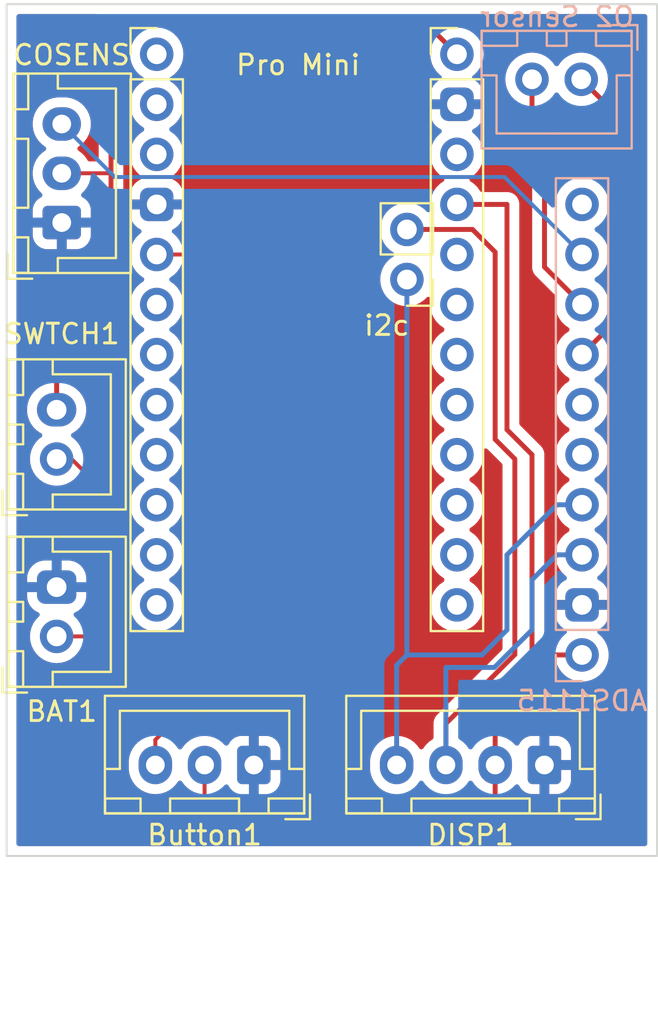
<source format=kicad_pcb>
(kicad_pcb (version 20240108) (generator "pcbnew") (generator_version "8.0")
  (layers (0 "F.Cu" signal) (31 "B.Cu" signal) (34 "B.Paste" user) (35 "F.Paste" user) (36 "B.SilkS" user "B.Silkscreen") (37 "F.SilkS" user "F.Silkscreen") (38 "B.Mask" user) (39 "F.Mask" user) (44 "Edge.Cuts" user))
  (net 0 "")
  (net 1 "VCC")
  (net 2 "GND")
  (net 3 "SCL")
  (net 4 "SDA")
  (net 7 "Net-(ADS1115-Pin_7)")
  (net 8 "Net-(ADS1115-Pin_8)")
  (net 9 "unconnected-(ADS1115-Pin_9-Pad9)")
  (net 11 "Net-(BAT1-Pin_1)")
  (net 12 "Net-(Button1-Pin_1)")
  (net 23 "Net-(ProMini2-Pin_1)")
  (footprint "Connector_JST:JST_XH_B4B-XH-A_1x04_P2.50mm_Vertical" (layer "F.Cu") (at 167 97.025 180)
    (property "Reference" "DISP1" (at 3.75 -3.55 0) (layer "F.SilkS"))
    (property "Value" "~")
    (fp_line (start 10.06 3.51) (end 10.06 -2.46) (stroke (width 0.12)) (layer "F.SilkS"))
    (fp_line (start 10.06 -2.46) (end -2.56 -2.46) (stroke (width 0.12)) (layer "F.SilkS"))
    (fp_line (start 10.05 -0.2) (end 9.3 -0.2) (stroke (width 0.12)) (layer "F.SilkS"))
    (fp_line (start 10.05 -1.7) (end 10.05 -2.45) (stroke (width 0.12)) (layer "F.SilkS"))
    (fp_line (start 10.05 -2.45) (end 8.25 -2.45) (stroke (width 0.12)) (layer "F.SilkS"))
    (fp_line (start 9.3 2.75) (end 3.75 2.75) (stroke (width 0.12)) (layer "F.SilkS"))
    (fp_line (start 9.3 -0.2) (end 9.3 2.75) (stroke (width 0.12)) (layer "F.SilkS"))
    (fp_line (start 8.25 -1.7) (end 10.05 -1.7) (stroke (width 0.12)) (layer "F.SilkS"))
    (fp_line (start 8.25 -2.45) (end 8.25 -1.7) (stroke (width 0.12)) (layer "F.SilkS"))
    (fp_line (start 6.75 -1.7) (end 6.75 -2.45) (stroke (width 0.12)) (layer "F.SilkS"))
    (fp_line (start 6.75 -2.45) (end 0.75 -2.45) (stroke (width 0.12)) (layer "F.SilkS"))
    (fp_line (start 0.75 -1.7) (end 6.75 -1.7) (stroke (width 0.12)) (layer "F.SilkS"))
    (fp_line (start 0.75 -2.45) (end 0.75 -1.7) (stroke (width 0.12)) (layer "F.SilkS"))
    (fp_line (start -0.75 -1.7) (end -0.75 -2.45) (stroke (width 0.12)) (layer "F.SilkS"))
    (fp_line (start -0.75 -2.45) (end -2.55 -2.45) (stroke (width 0.12)) (layer "F.SilkS"))
    (fp_line (start -1.6 -2.75) (end -2.85 -2.75) (stroke (width 0.12)) (layer "F.SilkS"))
    (fp_line (start -1.8 2.75) (end 3.75 2.75) (stroke (width 0.12)) (layer "F.SilkS"))
    (fp_line (start -1.8 -0.2) (end -1.8 2.75) (stroke (width 0.12)) (layer "F.SilkS"))
    (fp_line (start -2.55 -0.2) (end -1.8 -0.2) (stroke (width 0.12)) (layer "F.SilkS"))
    (fp_line (start -2.55 -1.7) (end -0.75 -1.7) (stroke (width 0.12)) (layer "F.SilkS"))
    (fp_line (start -2.55 -2.45) (end -2.55 -1.7) (stroke (width 0.12)) (layer "F.SilkS"))
    (fp_line (start -2.56 3.51) (end 10.06 3.51) (stroke (width 0.12)) (layer "F.SilkS"))
    (fp_line (start -2.56 -2.46) (end -2.56 3.51) (stroke (width 0.12)) (layer "F.SilkS"))
    (fp_line (start -2.85 -2.75) (end -2.85 -1.5) (stroke (width 0.12)) (layer "F.SilkS"))
    (pad "1" thru_hole roundrect (at 0 0 180) (size 1.7 1.95) (drill 0.95) (layers "*.Cu" "*.Mask") (roundrect_rratio 0.1470588235) (net 2 "GND"))
    (pad "2" thru_hole oval (at 2.5 0 180) (size 1.7 1.95) (drill 0.95) (layers "*.Cu" "*.Mask") (net 1 "VCC"))
    (pad "3" thru_hole oval (at 5 0 180) (size 1.7 1.95) (drill 0.95) (layers "*.Cu" "*.Mask") (net 3 "SCL"))
    (pad "4" thru_hole oval (at 7.5 0 180) (size 1.7 1.95) (drill 0.95) (layers "*.Cu" "*.Mask") (net 4 "SDA"))
  )
  (footprint "Connector_PinHeader_2.54mm:PinHeader_1x02_P2.54mm_Vertical" (layer "F.Cu") (at 160.02 72.39 180)
    (property "Reference" "i2c" (at 1.02 -2.33 0) (layer "F.SilkS"))
    (property "Value" "~")
    (fp_line (start 1.33 1.27) (end 1.33 3.87) (stroke (width 0.12)) (layer "F.SilkS"))
    (fp_line (start -1.33 3.87) (end 1.33 3.87) (stroke (width 0.12)) (layer "F.SilkS"))
    (fp_line (start -1.33 1.27) (end 1.33 1.27) (stroke (width 0.12)) (layer "F.SilkS"))
    (fp_line (start -1.33 1.27) (end -1.33 3.87) (stroke (width 0.12)) (layer "F.SilkS"))
    (fp_line (start -1.33 0) (end -1.33 -1.33) (stroke (width 0.12)) (layer "F.SilkS"))
    (fp_line (start -1.33 -1.33) (end 0 -1.33) (stroke (width 0.12)) (layer "F.SilkS"))
    (pad "1" thru_hole circle (at 0 0 180) (size 1.7 1.7) (drill 1) (layers "*.Cu" "*.Mask") (net 4 "SDA"))
    (pad "2" thru_hole oval (at 0 2.54 180) (size 1.7 1.7) (drill 1) (layers "*.Cu" "*.Mask") (net 3 "SCL"))
  )
  (footprint "Connector_PinHeader_2.54mm:PinHeader_1x12_P2.54mm_Vertical" (layer "F.Cu") (at 147.32 60.96)
    (property "Reference" "Pro Mini" (at 7.18 0.54 0) (layer "F.SilkS"))
    (property "Value" "~")
    (fp_line (start -1.33 -1.33) (end 0 -1.33) (stroke (width 0.12)) (layer "F.SilkS"))
    (fp_line (start -1.33 0) (end -1.33 -1.33) (stroke (width 0.12)) (layer "F.SilkS"))
    (fp_line (start -1.33 1.27) (end -1.33 29.27) (stroke (width 0.12)) (layer "F.SilkS"))
    (fp_line (start -1.33 1.27) (end 1.33 1.27) (stroke (width 0.12)) (layer "F.SilkS"))
    (fp_line (start -1.33 29.27) (end 1.33 29.27) (stroke (width 0.12)) (layer "F.SilkS"))
    (fp_line (start 1.33 1.27) (end 1.33 29.27) (stroke (width 0.12)) (layer "F.SilkS"))
    (pad "1" thru_hole circle (at 0 0) (size 1.7 1.7) (drill 1) (layers "*.Cu" "*.Mask"))
    (pad "2" thru_hole oval (at 0 2.54) (size 1.7 1.7) (drill 1) (layers "*.Cu" "*.Mask"))
    (pad "3" thru_hole oval (at 0 5.08) (size 1.7 1.7) (drill 1) (layers "*.Cu" "*.Mask"))
    (pad "4" thru_hole roundrect (at 0 7.62) (size 1.7 1.7) (drill 1) (layers "*.Cu" "*.Mask") (net 2 "GND"))
    (pad "5" thru_hole oval (at 0 10.16) (size 1.7 1.7) (drill 1) (layers "*.Cu" "*.Mask") (net 12 "Net-(Button1-Pin_1)"))
    (pad "6" thru_hole oval (at 0 12.7) (size 1.7 1.7) (drill 1) (layers "*.Cu" "*.Mask"))
    (pad "7" thru_hole oval (at 0 15.24) (size 1.7 1.7) (drill 1) (layers "*.Cu" "*.Mask"))
    (pad "8" thru_hole oval (at 0 17.78) (size 1.7 1.7) (drill 1) (layers "*.Cu" "*.Mask"))
    (pad "9" thru_hole oval (at 0 20.32) (size 1.7 1.7) (drill 1) (layers "*.Cu" "*.Mask"))
    (pad "10" thru_hole oval (at 0 22.86) (size 1.7 1.7) (drill 1) (layers "*.Cu" "*.Mask"))
    (pad "11" thru_hole oval (at 0 25.4) (size 1.7 1.7) (drill 1) (layers "*.Cu" "*.Mask"))
    (pad "12" thru_hole oval (at 0 27.94) (size 1.7 1.7) (drill 1) (layers "*.Cu" "*.Mask"))
  )
  (footprint "Connector_JST:JST_XH_B2B-XH-A_1x02_P2.50mm_Vertical" (layer "F.Cu") (at 142.24 81.5 90)
    (property "Reference" "SWTCH1" (at 6.35 0.26 0) (layer "F.SilkS"))
    (property "Value" "~")
    (fp_line (start -1.6 -2.75) (end -2.85 -2.75) (stroke (width 0.12)) (layer "F.SilkS"))
    (fp_line (start -2.85 -2.75) (end -2.85 -1.5) (stroke (width 0.12)) (layer "F.SilkS"))
    (fp_line (start 5.06 -2.46) (end -2.56 -2.46) (stroke (width 0.12)) (layer "F.SilkS"))
    (fp_line (start -2.56 -2.46) (end -2.56 3.51) (stroke (width 0.12)) (layer "F.SilkS"))
    (fp_line (start 5.05 -2.45) (end 3.25 -2.45) (stroke (width 0.12)) (layer "F.SilkS"))
    (fp_line (start 3.25 -2.45) (end 3.25 -1.7) (stroke (width 0.12)) (layer "F.SilkS"))
    (fp_line (start 1.75 -2.45) (end 0.75 -2.45) (stroke (width 0.12)) (layer "F.SilkS"))
    (fp_line (start 0.75 -2.45) (end 0.75 -1.7) (stroke (width 0.12)) (layer "F.SilkS"))
    (fp_line (start -0.75 -2.45) (end -2.55 -2.45) (stroke (width 0.12)) (layer "F.SilkS"))
    (fp_line (start -2.55 -2.45) (end -2.55 -1.7) (stroke (width 0.12)) (layer "F.SilkS"))
    (fp_line (start 5.05 -1.7) (end 5.05 -2.45) (stroke (width 0.12)) (layer "F.SilkS"))
    (fp_line (start 3.25 -1.7) (end 5.05 -1.7) (stroke (width 0.12)) (layer "F.SilkS"))
    (fp_line (start 1.75 -1.7) (end 1.75 -2.45) (stroke (width 0.12)) (layer "F.SilkS"))
    (fp_line (start 0.75 -1.7) (end 1.75 -1.7) (stroke (width 0.12)) (layer "F.SilkS"))
    (fp_line (start -0.75 -1.7) (end -0.75 -2.45) (stroke (width 0.12)) (layer "F.SilkS"))
    (fp_line (start -2.55 -1.7) (end -0.75 -1.7) (stroke (width 0.12)) (layer "F.SilkS"))
    (fp_line (start 5.05 -0.2) (end 4.3 -0.2) (stroke (width 0.12)) (layer "F.SilkS"))
    (fp_line (start 4.3 -0.2) (end 4.3 2.75) (stroke (width 0.12)) (layer "F.SilkS"))
    (fp_line (start -1.8 -0.2) (end -1.8 2.75) (stroke (width 0.12)) (layer "F.SilkS"))
    (fp_line (start -2.55 -0.2) (end -1.8 -0.2) (stroke (width 0.12)) (layer "F.SilkS"))
    (fp_line (start 4.3 2.75) (end 1.25 2.75) (stroke (width 0.12)) (layer "F.SilkS"))
    (fp_line (start -1.8 2.75) (end 1.25 2.75) (stroke (width 0.12)) (layer "F.SilkS"))
    (fp_line (start 5.06 3.51) (end 5.06 -2.46) (stroke (width 0.12)) (layer "F.SilkS"))
    (fp_line (start -2.56 3.51) (end 5.06 3.51) (stroke (width 0.12)) (layer "F.SilkS"))
    (pad "1" thru_hole circle (at 0 0 90) (size 1.7 1.7) (drill 1) (layers "*.Cu" "*.Mask") (net 11 "Net-(BAT1-Pin_1)"))
    (pad "2" thru_hole oval (at 2.5 0 90) (size 1.7 2) (drill 1) (layers "*.Cu" "*.Mask") (net 23 "Net-(ProMini2-Pin_1)"))
  )
  (footprint "Connector_JST:JST_XH_B3B-XH-A_1x03_P2.50mm_Vertical" (layer "F.Cu") (at 152.25 97.025 180)
    (property "Reference" "Button1" (at 2.5 -3.55 180) (layer "F.SilkS"))
    (property "Value" "~")
    (fp_line (start 7.56 3.51) (end 7.56 -2.46) (stroke (width 0.12)) (layer "F.SilkS"))
    (fp_line (start 7.56 -2.46) (end -2.56 -2.46) (stroke (width 0.12)) (layer "F.SilkS"))
    (fp_line (start 7.55 -0.2) (end 6.8 -0.2) (stroke (width 0.12)) (layer "F.SilkS"))
    (fp_line (start 7.55 -1.7) (end 7.55 -2.45) (stroke (width 0.12)) (layer "F.SilkS"))
    (fp_line (start 7.55 -2.45) (end 5.75 -2.45) (stroke (width 0.12)) (layer "F.SilkS"))
    (fp_line (start 6.8 2.75) (end 2.5 2.75) (stroke (width 0.12)) (layer "F.SilkS"))
    (fp_line (start 6.8 -0.2) (end 6.8 2.75) (stroke (width 0.12)) (layer "F.SilkS"))
    (fp_line (start 5.75 -1.7) (end 7.55 -1.7) (stroke (width 0.12)) (layer "F.SilkS"))
    (fp_line (start 5.75 -2.45) (end 5.75 -1.7) (stroke (width 0.12)) (layer "F.SilkS"))
    (fp_line (start 4.25 -1.7) (end 4.25 -2.45) (stroke (width 0.12)) (layer "F.SilkS"))
    (fp_line (start 4.25 -2.45) (end 0.75 -2.45) (stroke (width 0.12)) (layer "F.SilkS"))
    (fp_line (start 0.75 -1.7) (end 4.25 -1.7) (stroke (width 0.12)) (layer "F.SilkS"))
    (fp_line (start 0.75 -2.45) (end 0.75 -1.7) (stroke (width 0.12)) (layer "F.SilkS"))
    (fp_line (start -0.75 -1.7) (end -0.75 -2.45) (stroke (width 0.12)) (layer "F.SilkS"))
    (fp_line (start -0.75 -2.45) (end -2.55 -2.45) (stroke (width 0.12)) (layer "F.SilkS"))
    (fp_line (start -1.6 -2.75) (end -2.85 -2.75) (stroke (width 0.12)) (layer "F.SilkS"))
    (fp_line (start -1.8 2.75) (end 2.5 2.75) (stroke (width 0.12)) (layer "F.SilkS"))
    (fp_line (start -1.8 -0.2) (end -1.8 2.75) (stroke (width 0.12)) (layer "F.SilkS"))
    (fp_line (start -2.55 -0.2) (end -1.8 -0.2) (stroke (width 0.12)) (layer "F.SilkS"))
    (fp_line (start -2.55 -1.7) (end -0.75 -1.7) (stroke (width 0.12)) (layer "F.SilkS"))
    (fp_line (start -2.55 -2.45) (end -2.55 -1.7) (stroke (width 0.12)) (layer "F.SilkS"))
    (fp_line (start -2.56 3.51) (end 7.56 3.51) (stroke (width 0.12)) (layer "F.SilkS"))
    (fp_line (start -2.56 -2.46) (end -2.56 3.51) (stroke (width 0.12)) (layer "F.SilkS"))
    (fp_line (start -2.85 -2.75) (end -2.85 -1.5) (stroke (width 0.12)) (layer "F.SilkS"))
    (pad "1" thru_hole roundrect (at 0 0 180) (size 1.7 1.95) (drill 0.95) (layers "*.Cu" "*.Mask") (roundrect_rratio 0.147059) (net 2 "GND"))
    (pad "2" thru_hole oval (at 2.5 0 180) (size 1.7 1.95) (drill 0.95) (layers "*.Cu" "*.Mask") (net 1 "VCC"))
    (pad "3" thru_hole oval (at 5 0 180) (size 1.7 1.95) (drill 0.95) (layers "*.Cu" "*.Mask") (net 12 "Net-(Button1-Pin_1)"))
  )
  (footprint "Connector_JST:JST_XH_B2B-XH-A_1x02_P2.50mm_Vertical" (layer "F.Cu") (at 142.24 90.5 90)
    (property "Reference" "BAT1" (at -3.81 0.26 0) (layer "F.SilkS"))
    (property "Value" "~")
    (fp_line (start -1.6 -2.75) (end -2.85 -2.75) (stroke (width 0.12)) (layer "F.SilkS"))
    (fp_line (start -2.85 -2.75) (end -2.85 -1.5) (stroke (width 0.12)) (layer "F.SilkS"))
    (fp_line (start 5.06 -2.46) (end -2.56 -2.46) (stroke (width 0.12)) (layer "F.SilkS"))
    (fp_line (start -2.56 -2.46) (end -2.56 3.51) (stroke (width 0.12)) (layer "F.SilkS"))
    (fp_line (start 5.05 -2.45) (end 3.25 -2.45) (stroke (width 0.12)) (layer "F.SilkS"))
    (fp_line (start 3.25 -2.45) (end 3.25 -1.7) (stroke (width 0.12)) (layer "F.SilkS"))
    (fp_line (start 1.75 -2.45) (end 0.75 -2.45) (stroke (width 0.12)) (layer "F.SilkS"))
    (fp_line (start 0.75 -2.45) (end 0.75 -1.7) (stroke (width 0.12)) (layer "F.SilkS"))
    (fp_line (start -0.75 -2.45) (end -2.55 -2.45) (stroke (width 0.12)) (layer "F.SilkS"))
    (fp_line (start -2.55 -2.45) (end -2.55 -1.7) (stroke (width 0.12)) (layer "F.SilkS"))
    (fp_line (start 5.05 -1.7) (end 5.05 -2.45) (stroke (width 0.12)) (layer "F.SilkS"))
    (fp_line (start 3.25 -1.7) (end 5.05 -1.7) (stroke (width 0.12)) (layer "F.SilkS"))
    (fp_line (start 1.75 -1.7) (end 1.75 -2.45) (stroke (width 0.12)) (layer "F.SilkS"))
    (fp_line (start 0.75 -1.7) (end 1.75 -1.7) (stroke (width 0.12)) (layer "F.SilkS"))
    (fp_line (start -0.75 -1.7) (end -0.75 -2.45) (stroke (width 0.12)) (layer "F.SilkS"))
    (fp_line (start -2.55 -1.7) (end -0.75 -1.7) (stroke (width 0.12)) (layer "F.SilkS"))
    (fp_line (start 5.05 -0.2) (end 4.3 -0.2) (stroke (width 0.12)) (layer "F.SilkS"))
    (fp_line (start 4.3 -0.2) (end 4.3 2.75) (stroke (width 0.12)) (layer "F.SilkS"))
    (fp_line (start -1.8 -0.2) (end -1.8 2.75) (stroke (width 0.12)) (layer "F.SilkS"))
    (fp_line (start -2.55 -0.2) (end -1.8 -0.2) (stroke (width 0.12)) (layer "F.SilkS"))
    (fp_line (start 4.3 2.75) (end 1.25 2.75) (stroke (width 0.12)) (layer "F.SilkS"))
    (fp_line (start -1.8 2.75) (end 1.25 2.75) (stroke (width 0.12)) (layer "F.SilkS"))
    (fp_line (start 5.06 3.51) (end 5.06 -2.46) (stroke (width 0.12)) (layer "F.SilkS"))
    (fp_line (start -2.56 3.51) (end 5.06 3.51) (stroke (width 0.12)) (layer "F.SilkS"))
    (pad "1" thru_hole circle (at 0 0 90) (size 1.7 1.7) (drill 1) (layers "*.Cu" "*.Mask") (net 11 "Net-(BAT1-Pin_1)"))
    (pad "2" thru_hole roundrect (at 2.5 0 90) (size 1.7 2) (drill 1) (layers "*.Cu" "*.Mask") (net 2 "GND"))
  )
  (footprint "Connector_JST:JST_XH_B3B-XH-A_1x03_P2.50mm_Vertical" (layer "F.Cu") (at 142.5 69.5 90)
    (property "Reference" "COSENS" (at 8.5 0.5 0) (layer "F.SilkS"))
    (property "Value" "~")
    (fp_line (start -1.6 -2.75) (end -2.85 -2.75) (stroke (width 0.12)) (layer "F.SilkS"))
    (fp_line (start -2.85 -2.75) (end -2.85 -1.5) (stroke (width 0.12)) (layer "F.SilkS"))
    (fp_line (start 7.56 -2.46) (end -2.56 -2.46) (stroke (width 0.12)) (layer "F.SilkS"))
    (fp_line (start -2.56 -2.46) (end -2.56 3.51) (stroke (width 0.12)) (layer "F.SilkS"))
    (fp_line (start 7.55 -2.45) (end 5.75 -2.45) (stroke (width 0.12)) (layer "F.SilkS"))
    (fp_line (start 5.75 -2.45) (end 5.75 -1.7) (stroke (width 0.12)) (layer "F.SilkS"))
    (fp_line (start 4.25 -2.45) (end 0.75 -2.45) (stroke (width 0.12)) (layer "F.SilkS"))
    (fp_line (start 0.75 -2.45) (end 0.75 -1.7) (stroke (width 0.12)) (layer "F.SilkS"))
    (fp_line (start -0.75 -2.45) (end -2.55 -2.45) (stroke (width 0.12)) (layer "F.SilkS"))
    (fp_line (start -2.55 -2.45) (end -2.55 -1.7) (stroke (width 0.12)) (layer "F.SilkS"))
    (fp_line (start 7.55 -1.7) (end 7.55 -2.45) (stroke (width 0.12)) (layer "F.SilkS"))
    (fp_line (start 5.75 -1.7) (end 7.55 -1.7) (stroke (width 0.12)) (layer "F.SilkS"))
    (fp_line (start 4.25 -1.7) (end 4.25 -2.45) (stroke (width 0.12)) (layer "F.SilkS"))
    (fp_line (start 0.75 -1.7) (end 4.25 -1.7) (stroke (width 0.12)) (layer "F.SilkS"))
    (fp_line (start -0.75 -1.7) (end -0.75 -2.45) (stroke (width 0.12)) (layer "F.SilkS"))
    (fp_line (start -2.55 -1.7) (end -0.75 -1.7) (stroke (width 0.12)) (layer "F.SilkS"))
    (fp_line (start 7.55 -0.2) (end 6.8 -0.2) (stroke (width 0.12)) (layer "F.SilkS"))
    (fp_line (start 6.8 -0.2) (end 6.8 2.75) (stroke (width 0.12)) (layer "F.SilkS"))
    (fp_line (start -1.8 -0.2) (end -1.8 2.75) (stroke (width 0.12)) (layer "F.SilkS"))
    (fp_line (start -2.55 -0.2) (end -1.8 -0.2) (stroke (width 0.12)) (layer "F.SilkS"))
    (fp_line (start 6.8 2.75) (end 2.5 2.75) (stroke (width 0.12)) (layer "F.SilkS"))
    (fp_line (start -1.8 2.75) (end 2.5 2.75) (stroke (width 0.12)) (layer "F.SilkS"))
    (fp_line (start 7.56 3.51) (end 7.56 -2.46) (stroke (width 0.12)) (layer "F.SilkS"))
    (fp_line (start -2.56 3.51) (end 7.56 3.51) (stroke (width 0.12)) (layer "F.SilkS"))
    (pad "1" thru_hole roundrect (at 0 0 90) (size 1.7 1.95) (drill 0.95) (layers "*.Cu" "*.Mask") (roundrect_rratio 0.147059) (net 2 "GND"))
    (pad "2" thru_hole oval (at 2.5 0 90) (size 1.7 1.95) (drill 0.95) (layers "*.Cu" "*.Mask") (net 23 "Net-(ProMini2-Pin_1)"))
    (pad "3" thru_hole oval (at 5 0 90) (size 1.7 1.95) (drill 0.95) (layers "*.Cu" "*.Mask") (net 9 "unconnected-(ADS1115-Pin_9-Pad9)"))
  )
  (footprint "Connector_PinHeader_2.54mm:PinHeader_1x12_P2.54mm_Vertical" (layer "F.Cu") (at 162.56 60.96)
    (property "Reference" "ProMini2" (hide yes))
    (property "Value" "~")
    (fp_line (start -1.33 -1.33) (end 0 -1.33) (stroke (width 0.12)) (layer "F.SilkS"))
    (fp_line (start -1.33 0) (end -1.33 -1.33) (stroke (width 0.12)) (layer "F.SilkS"))
    (fp_line (start -1.33 1.27) (end -1.33 29.27) (stroke (width 0.12)) (layer "F.SilkS"))
    (fp_line (start -1.33 1.27) (end 1.33 1.27) (stroke (width 0.12)) (layer "F.SilkS"))
    (fp_line (start -1.33 29.27) (end 1.33 29.27) (stroke (width 0.12)) (layer "F.SilkS"))
    (fp_line (start 1.33 1.27) (end 1.33 29.27) (stroke (width 0.12)) (layer "F.SilkS"))
    (pad "1" thru_hole circle (at 0 0) (size 1.7 1.7) (drill 1) (layers "*.Cu" "*.Mask") (net 23 "Net-(ProMini2-Pin_1)"))
    (pad "2" thru_hole roundrect (at 0 2.54) (size 1.7 1.7) (drill 1) (layers "*.Cu" "*.Mask") (net 2 "GND"))
    (pad "3" thru_hole oval (at 0 5.08) (size 1.7 1.7) (drill 1) (layers "*.Cu" "*.Mask"))
    (pad "4" thru_hole oval (at 0 7.62) (size 1.7 1.7) (drill 1) (layers "*.Cu" "*.Mask") (net 1 "VCC"))
    (pad "5" thru_hole oval (at 0 10.16) (size 1.7 1.7) (drill 1) (layers "*.Cu" "*.Mask"))
    (pad "6" thru_hole oval (at 0 12.7) (size 1.7 1.7) (drill 1) (layers "*.Cu" "*.Mask"))
    (pad "7" thru_hole oval (at 0 15.24) (size 1.7 1.7) (drill 1) (layers "*.Cu" "*.Mask"))
    (pad "8" thru_hole oval (at 0 17.78) (size 1.7 1.7) (drill 1) (layers "*.Cu" "*.Mask"))
    (pad "9" thru_hole oval (at 0 20.32) (size 1.7 1.7) (drill 1) (layers "*.Cu" "*.Mask"))
    (pad "10" thru_hole oval (at 0 22.86) (size 1.7 1.7) (drill 1) (layers "*.Cu" "*.Mask"))
    (pad "11" thru_hole oval (at 0 25.4) (size 1.7 1.7) (drill 1) (layers "*.Cu" "*.Mask"))
    (pad "12" thru_hole oval (at 0 27.94) (size 1.7 1.7) (drill 1) (layers "*.Cu" "*.Mask"))
  )
  (footprint "Connector_JST:JST_XH_B2B-XH-A_1x02_P2.50mm_Vertical" (layer "B.Cu") (at 168.87 62.23 180)
    (property "Reference" "O2 Sensor" (at 1.23 3.175 0) (layer "B.SilkS") (effects (justify mirror)))
    (property "Value" "~")
    (fp_line (start 5.06 2.46) (end -2.56 2.46) (stroke (width 0.12)) (layer "B.SilkS"))
    (fp_line (start 5.06 -3.51) (end 5.06 2.46) (stroke (width 0.12)) (layer "B.SilkS"))
    (fp_line (start 5.05 2.45) (end 3.25 2.45) (stroke (width 0.12)) (layer "B.SilkS"))
    (fp_line (start 5.05 1.7) (end 5.05 2.45) (stroke (width 0.12)) (layer "B.SilkS"))
    (fp_line (start 5.05 0.2) (end 4.3 0.2) (stroke (width 0.12)) (layer "B.SilkS"))
    (fp_line (start 4.3 0.2) (end 4.3 -2.75) (stroke (width 0.12)) (layer "B.SilkS"))
    (fp_line (start 4.3 -2.75) (end 1.25 -2.75) (stroke (width 0.12)) (layer "B.SilkS"))
    (fp_line (start 3.25 2.45) (end 3.25 1.7) (stroke (width 0.12)) (layer "B.SilkS"))
    (fp_line (start 3.25 1.7) (end 5.05 1.7) (stroke (width 0.12)) (layer "B.SilkS"))
    (fp_line (start 1.75 2.45) (end 0.75 2.45) (stroke (width 0.12)) (layer "B.SilkS"))
    (fp_line (start 1.75 1.7) (end 1.75 2.45) (stroke (width 0.12)) (layer "B.SilkS"))
    (fp_line (start 0.75 2.45) (end 0.75 1.7) (stroke (width 0.12)) (layer "B.SilkS"))
    (fp_line (start 0.75 1.7) (end 1.75 1.7) (stroke (width 0.12)) (layer "B.SilkS"))
    (fp_line (start -0.75 2.45) (end -2.55 2.45) (stroke (width 0.12)) (layer "B.SilkS"))
    (fp_line (start -0.75 1.7) (end -0.75 2.45) (stroke (width 0.12)) (layer "B.SilkS"))
    (fp_line (start -1.6 2.75) (end -2.85 2.75) (stroke (width 0.12)) (layer "B.SilkS"))
    (fp_line (start -1.8 0.2) (end -1.8 -2.75) (stroke (width 0.12)) (layer "B.SilkS"))
    (fp_line (start -1.8 -2.75) (end 1.25 -2.75) (stroke (width 0.12)) (layer "B.SilkS"))
    (fp_line (start -2.55 2.45) (end -2.55 1.7) (stroke (width 0.12)) (layer "B.SilkS"))
    (fp_line (start -2.55 1.7) (end -0.75 1.7) (stroke (width 0.12)) (layer "B.SilkS"))
    (fp_line (start -2.55 0.2) (end -1.8 0.2) (stroke (width 0.12)) (layer "B.SilkS"))
    (fp_line (start -2.56 2.46) (end -2.56 -3.51) (stroke (width 0.12)) (layer "B.SilkS"))
    (fp_line (start -2.56 -3.51) (end 5.06 -3.51) (stroke (width 0.12)) (layer "B.SilkS"))
    (fp_line (start -2.85 2.75) (end -2.85 1.5) (stroke (width 0.12)) (layer "B.SilkS"))
    (pad "1" thru_hole circle (at 0 0 180) (size 1.7 1.7) (drill 1) (layers "*.Cu" "*.Mask") (net 7 "Net-(ADS1115-Pin_7)"))
    (pad "2" thru_hole circle (at 2.5 0 180) (size 1.7 1.7) (drill 1) (layers "*.Cu" "*.Mask") (net 8 "Net-(ADS1115-Pin_8)"))
  )
  (footprint "Connector_PinHeader_2.54mm:PinHeader_1x10_P2.54mm_Vertical" (layer "B.Cu") (at 168.91 91.44)
    (property "Reference" "ADS1115" (at 0 2.33 0) (layer "B.SilkS") (effects (justify mirror)))
    (property "Value" "~")
    (fp_line (start -1.33 -24.19) (end 1.33 -24.19) (stroke (width 0.12)) (layer "B.SilkS"))
    (fp_line (start -1.33 -1.27) (end -1.33 -24.19) (stroke (width 0.12)) (layer "B.SilkS"))
    (fp_line (start -1.33 -1.27) (end 1.33 -1.27) (stroke (width 0.12)) (layer "B.SilkS"))
    (fp_line (start -1.33 0) (end -1.33 1.33) (stroke (width 0.12)) (layer "B.SilkS"))
    (fp_line (start -1.33 1.33) (end 0 1.33) (stroke (width 0.12)) (layer "B.SilkS"))
    (fp_line (start 1.33 -1.27) (end 1.33 -24.19) (stroke (width 0.12)) (layer "B.SilkS"))
    (pad "1" thru_hole circle (at 0 0) (size 1.7 1.7) (drill 1) (layers "*.Cu" "*.Mask") (net 1 "VCC"))
    (pad "2" thru_hole roundrect (at 0 -2.54) (size 1.7 1.7) (drill 1) (layers "*.Cu" "*.Mask") (net 2 "GND"))
    (pad "3" thru_hole oval (at 0 -5.08) (size 1.7 1.7) (drill 1) (layers "*.Cu" "*.Mask") (net 3 "SCL"))
    (pad "4" thru_hole oval (at 0 -7.62) (size 1.7 1.7) (drill 1) (layers "*.Cu" "*.Mask") (net 4 "SDA"))
    (pad "5" thru_hole oval (at 0 -10.16) (size 1.7 1.7) (drill 1) (layers "*.Cu" "*.Mask"))
    (pad "6" thru_hole oval (at 0 -12.7) (size 1.7 1.7) (drill 1) (layers "*.Cu" "*.Mask"))
    (pad "7" thru_hole oval (at 0 -15.24) (size 1.7 1.7) (drill 1) (layers "*.Cu" "*.Mask") (net 7 "Net-(ADS1115-Pin_7)"))
    (pad "8" thru_hole oval (at 0 -17.78) (size 1.7 1.7) (drill 1) (layers "*.Cu" "*.Mask") (net 8 "Net-(ADS1115-Pin_8)"))
    (pad "9" thru_hole oval (at 0 -20.32) (size 1.7 1.7) (drill 1) (layers "*.Cu" "*.Mask") (net 9 "unconnected-(ADS1115-Pin_9-Pad9)"))
    (pad "10" thru_hole oval (at 0 -22.86) (size 1.7 1.7) (drill 1) (layers "*.Cu" "*.Mask"))
  )
  (gr_rect (start 139.7 58.42) (end 172.72 101.64) (stroke (width 0.1)) (fill none) (layer "Edge.Cuts"))
  (segment (start 166.37 81.28) (end 166.37 91.44) (width 0.25) (layer "F.Cu") (net 1))
  (segment (start 150 99) (end 164 99) (width 0.2) (layer "F.Cu") (net 1))
  (segment (start 162.56 68.58) (end 165.1 68.58) (width 0.25) (layer "F.Cu") (net 1))
  (segment (start 149.75 96.525) (end 149.75 98.75) (width 0.2) (layer "F.Cu") (net 1))
  (segment (start 164.5 96.5) (end 164.5 98.5) (width 0.25) (layer "F.Cu") (net 1))
  (segment (start 168.91 91.44) (end 166.37 91.44) (width 0.25) (layer "F.Cu") (net 1))
  (segment (start 165.1 68.58) (end 165.1 80.01) (width 0.25) (layer "F.Cu") (net 1))
  (segment (start 166.37 91.44) (end 164.655 93.155) (width 0.25) (layer "F.Cu") (net 1))
  (segment (start 165.1 80.01) (end 166.37 81.28) (width 0.25) (layer "F.Cu") (net 1))
  (segment (start 149.75 98.75) (end 150 99) (width 0.2) (layer "F.Cu") (net 1))
  (segment (start 164 99) (end 164.5 98.5) (width 0.2) (layer "F.Cu") (net 1))
  (segment (start 164.655 93.155) (end 164.5 93.31) (width 0.25) (layer "F.Cu") (net 1))
  (segment (start 164.5 93.31) (end 164.5 96.5) (width 0.25) (layer "F.Cu") (net 1))
  (segment (start 163.35 69.85) (end 164.5 71) (width 0.25) (layer "F.Cu") (net 3))
  (segment (start 164.5 80.5) (end 165.5 81.5) (width 0.25) (layer "F.Cu") (net 3))
  (segment (start 160.02 69.85) (end 163.35 69.85) (width 0.25) (layer "F.Cu") (net 3))
  (segment (start 164.5 71) (end 164.5 80.5) (width 0.25) (layer "F.Cu") (net 3))
  (segment (start 162 94.92) (end 162 97.025) (width 0.25) (layer "F.Cu") (net 3))
  (segment (start 165.5 91.42) (end 162 94.92) (width 0.25) (layer "F.Cu") (net 3))
  (segment (start 165.5 81.5) (end 165.5 91.42) (width 0.25) (layer "F.Cu") (net 3))
  (segment (start 166.37 90.17) (end 164.465 92.075) (width 0.25) (layer "B.Cu") (net 3))
  (segment (start 162 92.075) (end 162 96.5) (width 0.25) (layer "B.Cu") (net 3))
  (segment (start 167.64 86.36) (end 166.37 87.63) (width 0.25) (layer "B.Cu") (net 3))
  (segment (start 166.37 87.63) (end 166.37 90.17) (width 0.25) (layer "B.Cu") (net 3))
  (segment (start 164.465 92.075) (end 162 92.075) (width 0.25) (layer "B.Cu") (net 3))
  (segment (start 168.91 86.36) (end 167.64 86.36) (width 0.25) (layer "B.Cu") (net 3))
  (segment (start 165.1 86.36) (end 167.64 83.82) (width 0.25) (layer "B.Cu") (net 4))
  (segment (start 160.02 72.39) (end 160.02 91.44) (width 0.25) (layer "B.Cu") (net 4))
  (segment (start 160.02 91.44) (end 159.5 91.96) (width 0.25) (layer "B.Cu") (net 4))
  (segment (start 163.83 91.44) (end 165.1 90.17) (width 0.25) (layer "B.Cu") (net 4))
  (segment (start 165.1 90.17) (end 165.1 86.36) (width 0.25) (layer "B.Cu") (net 4))
  (segment (start 159.5 91.96) (end 159.5 96.5) (width 0.25) (layer "B.Cu") (net 4))
  (segment (start 160.02 91.44) (end 163.83 91.44) (width 0.25) (layer "B.Cu") (net 4))
  (segment (start 167.64 83.82) (end 168.91 83.82) (width 0.25) (layer "B.Cu") (net 4))
  (segment (start 170.815 74.295) (end 170.815 64.175) (width 0.25) (layer "F.Cu") (net 7))
  (segment (start 170.815 64.175) (end 168.87 62.23) (width 0.25) (layer "F.Cu") (net 7))
  (segment (start 168.91 76.2) (end 170.815 74.295) (width 0.25) (layer "F.Cu") (net 7))
  (segment (start 166.37 64.135) (end 167.005 64.77) (width 0.25) (layer "F.Cu") (net 8))
  (segment (start 167.005 64.77) (end 167.005 71.755) (width 0.25) (layer "F.Cu") (net 8))
  (segment (start 166.37 62.23) (end 166.37 64.135) (width 0.25) (layer "F.Cu") (net 8))
  (segment (start 168.91 73.66) (end 167.005 71.755) (width 0.25) (layer "F.Cu") (net 8))
  (segment (start 164.98 67.19) (end 145.19 67.19) (width 0.2) (layer "B.Cu") (net 9))
  (segment (start 145.19 67.19) (end 142.5 64.5) (width 0.2) (layer "B.Cu") (net 9))
  (segment (start 168.91 71.12) (end 164.98 67.19) (width 0.2) (layer "B.Cu") (net 9))
  (segment (start 144 90.5) (end 144.5 90) (width 0.2) (layer "F.Cu") (net 11))
  (segment (start 143 81.5) (end 142.24 81.5) (width 0.2) (layer "F.Cu") (net 11))
  (segment (start 144.5 83) (end 143 81.5) (width 0.2) (layer "F.Cu") (net 11))
  (segment (start 144.5 90) (end 144.5 83) (width 0.2) (layer "F.Cu") (net 11))
  (segment (start 142.24 90.5) (end 144 90.5) (width 0.2) (layer "F.Cu") (net 11))
  (segment (start 150 71.5) (end 149.62 71.12) (width 0.2) (layer "F.Cu") (net 12))
  (segment (start 150 93) (end 150 71.5) (width 0.2) (layer "F.Cu") (net 12))
  (segment (start 149.62 71.12) (end 147.32 71.12) (width 0.2) (layer "F.Cu") (net 12))
  (segment (start 147.25 95.75) (end 150 93) (width 0.2) (layer "F.Cu") (net 12))
  (segment (start 147.25 96.525) (end 147.25 95.75) (width 0.2) (layer "F.Cu") (net 12))
  (segment (start 145 72.5) (end 142.24 75.26) (width 0.25) (layer "F.Cu") (net 23))
  (segment (start 142.5 67) (end 145 67) (width 0.2) (layer "F.Cu") (net 23))
  (segment (start 162.56 60.96) (end 160.655 59.055) (width 0.25) (layer "F.Cu") (net 23))
  (segment (start 160.655 59.055) (end 145 59.055) (width 0.25) (layer "F.Cu") (net 23))
  (segment (start 145 67) (end 145 72.5) (width 0.25) (layer "F.Cu") (net 23))
  (segment (start 142.24 75.26) (end 142.24 79) (width 0.25) (layer "F.Cu") (net 23))
  (segment (start 145 59.055) (end 145 67) (width 0.25) (layer "F.Cu") (net 23))
  (zone (net 2) (net_name "GND") (layer "F.Cu") (priority 3) (connect_pads (clearance 0.5)) (min_thickness 0.25) (fill yes (thermal_gap 0.5) (thermal_bridge_width 0.5))
    (polygon (pts (xy 172.72 101.64) (xy 139.7 101.64) (xy 139.5 58.5) (xy 172.72 58.42)))
  )
  (zone (net 2) (net_name "GND") (layer "B.Cu") (priority 2) (connect_pads (clearance 0.5)) (min_thickness 0.25) (fill yes (thermal_gap 0.5) (thermal_bridge_width 0.5))
    (polygon (pts (xy 139.7 58.42) (xy 172.72 58.42) (xy 172.72 101.64) (xy 139.7 101.64)))
  )
)
</source>
